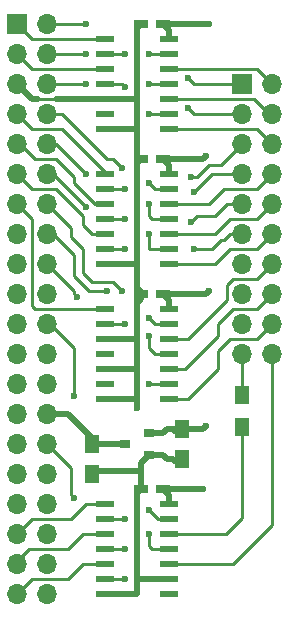
<source format=gbr>
G04 #@! TF.FileFunction,Copper,L1,Top,Signal*
%FSLAX46Y46*%
G04 Gerber Fmt 4.6, Leading zero omitted, Abs format (unit mm)*
G04 Created by KiCad (PCBNEW 4.0.4-stable) date 12/12/17 20:39:08*
%MOMM*%
%LPD*%
G01*
G04 APERTURE LIST*
%ADD10C,0.100000*%
%ADD11R,1.500000X0.600000*%
%ADD12R,1.700000X1.700000*%
%ADD13O,1.700000X1.700000*%
%ADD14R,1.300000X1.500000*%
%ADD15R,0.900000X0.800000*%
%ADD16R,1.250000X1.500000*%
%ADD17R,1.200000X0.750000*%
%ADD18C,0.600000*%
%ADD19C,0.508000*%
%ADD20C,0.250000*%
G04 APERTURE END LIST*
D10*
D11*
X116680000Y-85090000D03*
X116680000Y-86360000D03*
X116680000Y-87630000D03*
X116680000Y-88900000D03*
X116680000Y-90170000D03*
X116680000Y-91440000D03*
X116680000Y-92710000D03*
X122080000Y-92710000D03*
X122080000Y-91440000D03*
X122080000Y-90170000D03*
X122080000Y-88900000D03*
X122080000Y-87630000D03*
X122080000Y-86360000D03*
X122080000Y-85090000D03*
X116680000Y-96520000D03*
X116680000Y-97790000D03*
X116680000Y-99060000D03*
X116680000Y-100330000D03*
X116680000Y-101600000D03*
X116680000Y-102870000D03*
X116680000Y-104140000D03*
X122080000Y-104140000D03*
X122080000Y-102870000D03*
X122080000Y-101600000D03*
X122080000Y-100330000D03*
X122080000Y-99060000D03*
X122080000Y-97790000D03*
X122080000Y-96520000D03*
X116680000Y-107950000D03*
X116680000Y-109220000D03*
X116680000Y-110490000D03*
X116680000Y-111760000D03*
X116680000Y-113030000D03*
X116680000Y-114300000D03*
X116680000Y-115570000D03*
X122080000Y-115570000D03*
X122080000Y-114300000D03*
X122080000Y-113030000D03*
X122080000Y-111760000D03*
X122080000Y-110490000D03*
X122080000Y-109220000D03*
X122080000Y-107950000D03*
X116680000Y-124460000D03*
X116680000Y-125730000D03*
X116680000Y-127000000D03*
X116680000Y-128270000D03*
X116680000Y-129540000D03*
X116680000Y-130810000D03*
X116680000Y-132080000D03*
X122080000Y-132080000D03*
X122080000Y-130810000D03*
X122080000Y-129540000D03*
X122080000Y-128270000D03*
X122080000Y-127000000D03*
X122080000Y-125730000D03*
X122080000Y-124460000D03*
D12*
X109220000Y-83820000D03*
D13*
X111760000Y-83820000D03*
X109220000Y-86360000D03*
X111760000Y-86360000D03*
X109220000Y-88900000D03*
X111760000Y-88900000D03*
X109220000Y-91440000D03*
X111760000Y-91440000D03*
X109220000Y-93980000D03*
X111760000Y-93980000D03*
X109220000Y-96520000D03*
X111760000Y-96520000D03*
X109220000Y-99060000D03*
X111760000Y-99060000D03*
X109220000Y-101600000D03*
X111760000Y-101600000D03*
X109220000Y-104140000D03*
X111760000Y-104140000D03*
X109220000Y-106680000D03*
X111760000Y-106680000D03*
X109220000Y-109220000D03*
X111760000Y-109220000D03*
X109220000Y-111760000D03*
X111760000Y-111760000D03*
X109220000Y-114300000D03*
X111760000Y-114300000D03*
X109220000Y-116840000D03*
X111760000Y-116840000D03*
X109220000Y-119380000D03*
X111760000Y-119380000D03*
X109220000Y-121920000D03*
X111760000Y-121920000D03*
X109220000Y-124460000D03*
X111760000Y-124460000D03*
X109220000Y-127000000D03*
X111760000Y-127000000D03*
X109220000Y-129540000D03*
X111760000Y-129540000D03*
X109220000Y-132080000D03*
X111760000Y-132080000D03*
D12*
X128270000Y-88900000D03*
D13*
X130810000Y-88900000D03*
X128270000Y-91440000D03*
X130810000Y-91440000D03*
X128270000Y-93980000D03*
X130810000Y-93980000D03*
X128270000Y-96520000D03*
X130810000Y-96520000D03*
X128270000Y-99060000D03*
X130810000Y-99060000D03*
X128270000Y-101600000D03*
X130810000Y-101600000D03*
X128270000Y-104140000D03*
X130810000Y-104140000D03*
X128270000Y-106680000D03*
X130810000Y-106680000D03*
X128270000Y-109220000D03*
X130810000Y-109220000D03*
X128270000Y-111760000D03*
X130810000Y-111760000D03*
D14*
X128270000Y-115236000D03*
X128270000Y-117936000D03*
D15*
X120380000Y-120330000D03*
X120380000Y-118430000D03*
X118380000Y-119380000D03*
D16*
X115570000Y-119400000D03*
X115570000Y-121900000D03*
X123190000Y-118130000D03*
X123190000Y-120630000D03*
D17*
X119700000Y-83820000D03*
X121600000Y-83820000D03*
X119700000Y-95250000D03*
X121600000Y-95250000D03*
X119700000Y-106680000D03*
X121600000Y-106680000D03*
X119700000Y-123190000D03*
X121600000Y-123190000D03*
D18*
X119380000Y-121646000D03*
X119380000Y-116332000D03*
X125222000Y-117856000D03*
X125476000Y-106426000D03*
X125222000Y-94996000D03*
X124968000Y-123190000D03*
X125476000Y-83820000D03*
X118364000Y-109220000D03*
X124206000Y-102870000D03*
X123952000Y-100584000D03*
X118364000Y-102870000D03*
X124206000Y-98044000D03*
X118364000Y-100330000D03*
X123952000Y-96774000D03*
X118364000Y-97790000D03*
X120396000Y-91440000D03*
X115062000Y-88900000D03*
X123698000Y-90932000D03*
X118364000Y-89154000D03*
X120396000Y-88900000D03*
X115062000Y-86360000D03*
X118364000Y-86360000D03*
X123698000Y-88392000D03*
X120396000Y-86360000D03*
X115062000Y-83820000D03*
X118364000Y-130810000D03*
X118364000Y-128270000D03*
X118364000Y-125730000D03*
X120396000Y-114300000D03*
X114300000Y-106934000D03*
X116840000Y-106426000D03*
X120396000Y-110236000D03*
X120396000Y-108712000D03*
X118110000Y-106426000D03*
X120396000Y-127000000D03*
X114046000Y-123952000D03*
X114046000Y-115316000D03*
X120396000Y-124968000D03*
X115062000Y-99314000D03*
X120396000Y-101600000D03*
X120396000Y-99060000D03*
X115062000Y-96520000D03*
X120396000Y-97282000D03*
X118110000Y-96012000D03*
D19*
X115824000Y-119146000D02*
X115824000Y-119126000D01*
X115824000Y-119126000D02*
X113538000Y-116840000D01*
X113538000Y-116840000D02*
X111760000Y-116840000D01*
X118380000Y-119380000D02*
X116058000Y-119380000D01*
X116058000Y-119380000D02*
X115824000Y-119146000D01*
X122428000Y-120630000D02*
X121920000Y-120630000D01*
X121620000Y-120330000D02*
X121920000Y-120630000D01*
X121620000Y-120330000D02*
X120380000Y-120330000D01*
X122428000Y-120630000D02*
X122682000Y-120884000D01*
X116680000Y-104140000D02*
X119380000Y-104140000D01*
X119380000Y-104140000D02*
X119126000Y-104140000D01*
X119126000Y-104140000D02*
X119380000Y-104140000D01*
X110490000Y-90170000D02*
X110998000Y-90170000D01*
X112522000Y-90170000D02*
X116680000Y-90170000D01*
X109220000Y-88900000D02*
X110490000Y-90170000D01*
D20*
X110998000Y-90170000D02*
X112522000Y-90170000D01*
D19*
X119380000Y-130810000D02*
X122080000Y-130810000D01*
X116680000Y-90170000D02*
X119380000Y-90170000D01*
X119380000Y-90170000D02*
X119126000Y-90170000D01*
X119126000Y-90170000D02*
X119380000Y-90170000D01*
X119380000Y-92710000D02*
X119380000Y-90170000D01*
X119380000Y-90170000D02*
X119380000Y-84140000D01*
X119380000Y-84140000D02*
X119700000Y-83820000D01*
X116680000Y-92710000D02*
X119380000Y-92710000D01*
X119380000Y-92710000D02*
X119380000Y-96774000D01*
X119380000Y-95570000D02*
X119380000Y-96774000D01*
X119380000Y-96774000D02*
X119380000Y-102108000D01*
X119380000Y-102108000D02*
X119380000Y-104140000D01*
X119380000Y-104140000D02*
X119380000Y-105664000D01*
X119380000Y-95570000D02*
X119700000Y-95250000D01*
X116680000Y-113030000D02*
X119380000Y-113030000D01*
X116680000Y-115570000D02*
X119380000Y-115570000D01*
X116680000Y-110490000D02*
X119380000Y-110490000D01*
X119380000Y-107442000D02*
X119380000Y-105664000D01*
X119700000Y-106492000D02*
X119700000Y-107122000D01*
X119380000Y-107442000D02*
X119380000Y-107442000D01*
X119380000Y-107442000D02*
X119700000Y-107122000D01*
X119380000Y-116332000D02*
X119380000Y-115570000D01*
X119380000Y-115570000D02*
X119380000Y-113030000D01*
X119380000Y-113030000D02*
X119380000Y-110490000D01*
X119380000Y-110490000D02*
X119380000Y-107442000D01*
X119700000Y-106492000D02*
X119380000Y-106172000D01*
X119380000Y-106172000D02*
X119380000Y-105664000D01*
X115824000Y-121646000D02*
X119380000Y-121646000D01*
X119380000Y-121646000D02*
X119700000Y-121646000D01*
X119700000Y-121646000D02*
X119680000Y-121666000D01*
X119680000Y-121666000D02*
X119634000Y-121666000D01*
X119634000Y-121666000D02*
X119700000Y-121666000D01*
X119700000Y-123190000D02*
X119700000Y-121666000D01*
X119700000Y-121666000D02*
X119700000Y-121010000D01*
X119700000Y-121010000D02*
X120380000Y-120330000D01*
X119380000Y-123510000D02*
X119380000Y-124460000D01*
X119380000Y-132080000D02*
X119380000Y-130810000D01*
X119380000Y-130810000D02*
X119380000Y-124460000D01*
X119380000Y-132080000D02*
X116680000Y-132080000D01*
X119380000Y-123510000D02*
X119700000Y-123190000D01*
X121920000Y-118130000D02*
X122428000Y-118130000D01*
X122428000Y-118130000D02*
X122682000Y-118384000D01*
X121920000Y-118130000D02*
X124948000Y-118130000D01*
X124948000Y-118130000D02*
X125222000Y-117856000D01*
X121600000Y-106680000D02*
X125222000Y-106680000D01*
X125222000Y-106680000D02*
X125476000Y-106426000D01*
X124968000Y-95250000D02*
X121600000Y-95250000D01*
X125222000Y-94996000D02*
X124968000Y-95250000D01*
X121600000Y-123190000D02*
X124968000Y-123190000D01*
X125476000Y-83820000D02*
X121600000Y-83820000D01*
X120380000Y-118430000D02*
X121620000Y-118430000D01*
X121620000Y-118430000D02*
X121920000Y-118130000D01*
X122080000Y-124460000D02*
X122080000Y-123670000D01*
X122080000Y-123670000D02*
X121600000Y-123190000D01*
X122080000Y-107950000D02*
X122080000Y-107160000D01*
X122080000Y-107160000D02*
X121600000Y-106680000D01*
X122080000Y-96520000D02*
X122080000Y-95730000D01*
X122080000Y-95730000D02*
X121600000Y-95250000D01*
X122080000Y-85090000D02*
X122080000Y-84300000D01*
X122080000Y-84300000D02*
X121600000Y-83820000D01*
D20*
X109220000Y-83820000D02*
X110490000Y-85090000D01*
X110490000Y-85090000D02*
X116680000Y-85090000D01*
X116680000Y-109220000D02*
X118364000Y-109220000D01*
X127254000Y-101600000D02*
X128270000Y-101600000D01*
X126746000Y-102108000D02*
X127254000Y-101600000D01*
X126492000Y-102108000D02*
X126746000Y-102108000D01*
X125730000Y-102870000D02*
X126492000Y-102108000D01*
X124206000Y-102870000D02*
X125730000Y-102870000D01*
X109220000Y-86360000D02*
X110490000Y-87630000D01*
X110490000Y-87630000D02*
X116680000Y-87630000D01*
X116680000Y-102870000D02*
X118364000Y-102870000D01*
X127000000Y-99060000D02*
X128270000Y-99060000D01*
X125984000Y-100076000D02*
X127000000Y-99060000D01*
X124460000Y-100076000D02*
X125984000Y-100076000D01*
X123952000Y-100584000D02*
X124460000Y-100076000D01*
X116680000Y-100330000D02*
X118364000Y-100330000D01*
X125730000Y-96520000D02*
X128270000Y-96520000D01*
X124206000Y-98044000D02*
X125730000Y-96520000D01*
X116680000Y-97790000D02*
X118364000Y-97790000D01*
X126492000Y-95758000D02*
X128270000Y-93980000D01*
X125476000Y-95758000D02*
X126492000Y-95758000D01*
X124460000Y-96774000D02*
X125476000Y-95758000D01*
X123952000Y-96774000D02*
X124460000Y-96774000D01*
X128270000Y-94234000D02*
X128270000Y-93980000D01*
X111760000Y-88900000D02*
X115062000Y-88900000D01*
X120396000Y-91440000D02*
X122080000Y-91440000D01*
X116680000Y-88900000D02*
X118110000Y-88900000D01*
X124206000Y-91440000D02*
X128270000Y-91440000D01*
X123698000Y-90932000D02*
X124206000Y-91440000D01*
X118110000Y-88900000D02*
X118364000Y-89154000D01*
X111760000Y-86360000D02*
X115062000Y-86360000D01*
X120396000Y-88900000D02*
X122080000Y-88900000D01*
X123698000Y-88392000D02*
X124206000Y-88900000D01*
X128270000Y-88900000D02*
X124206000Y-88900000D01*
X118364000Y-86360000D02*
X116680000Y-86360000D01*
X111760000Y-83820000D02*
X115062000Y-83820000D01*
X120396000Y-86360000D02*
X122080000Y-86360000D01*
X109220000Y-91440000D02*
X110490000Y-92710000D01*
X113030000Y-92710000D02*
X116680000Y-96360000D01*
X110490000Y-92710000D02*
X113030000Y-92710000D01*
X116680000Y-96360000D02*
X116680000Y-96520000D01*
X116680000Y-130810000D02*
X118364000Y-130810000D01*
X109220000Y-93980000D02*
X109474000Y-93980000D01*
X109474000Y-93980000D02*
X110744000Y-95250000D01*
X110744000Y-95250000D02*
X112522000Y-95250000D01*
X112522000Y-95250000D02*
X114046000Y-96774000D01*
X114046000Y-96774000D02*
X114046000Y-97282000D01*
X114046000Y-97282000D02*
X115824000Y-99060000D01*
X115824000Y-99060000D02*
X116680000Y-99060000D01*
X118364000Y-128270000D02*
X116680000Y-128270000D01*
X109220000Y-96520000D02*
X110490000Y-97790000D01*
X115570000Y-101600000D02*
X116680000Y-101600000D01*
X114808000Y-100838000D02*
X115570000Y-101600000D01*
X114808000Y-100076000D02*
X114808000Y-100838000D01*
X112522000Y-97790000D02*
X114808000Y-100076000D01*
X110490000Y-97790000D02*
X112522000Y-97790000D01*
X116680000Y-125730000D02*
X118364000Y-125730000D01*
X109220000Y-99060000D02*
X110490000Y-100330000D01*
X110744000Y-107950000D02*
X116680000Y-107950000D01*
X110490000Y-107696000D02*
X110744000Y-107950000D01*
X110490000Y-100330000D02*
X110490000Y-107696000D01*
X130810000Y-88900000D02*
X129540000Y-87630000D01*
X122080000Y-87630000D02*
X129540000Y-87630000D01*
X130810000Y-91440000D02*
X130556000Y-91440000D01*
X130556000Y-91440000D02*
X129286000Y-90170000D01*
X122080000Y-90170000D02*
X129286000Y-90170000D01*
X130810000Y-93980000D02*
X129540000Y-92710000D01*
X122080000Y-92710000D02*
X129540000Y-92710000D01*
X122080000Y-99060000D02*
X125476000Y-99060000D01*
X129540000Y-97790000D02*
X130810000Y-96520000D01*
X126746000Y-97790000D02*
X129540000Y-97790000D01*
X125476000Y-99060000D02*
X126746000Y-97790000D01*
X114046000Y-106426000D02*
X114046000Y-106680000D01*
X122080000Y-114300000D02*
X120396000Y-114300000D01*
X114046000Y-106426000D02*
X111760000Y-104140000D01*
X114046000Y-106680000D02*
X114300000Y-106934000D01*
X122080000Y-101600000D02*
X125984000Y-101600000D01*
X129540000Y-100330000D02*
X130810000Y-99060000D01*
X127254000Y-100330000D02*
X129540000Y-100330000D01*
X125984000Y-101600000D02*
X127254000Y-100330000D01*
X111760000Y-101600000D02*
X112268000Y-101600000D01*
X112268000Y-101600000D02*
X114046000Y-103378000D01*
X114046000Y-103378000D02*
X114046000Y-105156000D01*
X114046000Y-105156000D02*
X115316000Y-106426000D01*
X115316000Y-106426000D02*
X116840000Y-106426000D01*
X120396000Y-110236000D02*
X120396000Y-111252000D01*
X120396000Y-111252000D02*
X120904000Y-111760000D01*
X120904000Y-111760000D02*
X122080000Y-111760000D01*
X122080000Y-104140000D02*
X125984000Y-104140000D01*
X129540000Y-102870000D02*
X130810000Y-101600000D01*
X127254000Y-102870000D02*
X129540000Y-102870000D01*
X125984000Y-104140000D02*
X127254000Y-102870000D01*
X111760000Y-99060000D02*
X113792000Y-101092000D01*
X120904000Y-109220000D02*
X122080000Y-109220000D01*
X120396000Y-108712000D02*
X120904000Y-109220000D01*
X117348000Y-105664000D02*
X118110000Y-106426000D01*
X115570000Y-105664000D02*
X117348000Y-105664000D01*
X114808000Y-104902000D02*
X115570000Y-105664000D01*
X114808000Y-102870000D02*
X114808000Y-104902000D01*
X113792000Y-101854000D02*
X114808000Y-102870000D01*
X113792000Y-101092000D02*
X113792000Y-101854000D01*
X109220000Y-129540000D02*
X109220000Y-129286000D01*
X109220000Y-129286000D02*
X110236000Y-128270000D01*
X110236000Y-128270000D02*
X113538000Y-128270000D01*
X113538000Y-128270000D02*
X114808000Y-127000000D01*
X114808000Y-127000000D02*
X116680000Y-127000000D01*
X122080000Y-110490000D02*
X123698000Y-110490000D01*
X129540000Y-105410000D02*
X130810000Y-104140000D01*
X127508000Y-105410000D02*
X129540000Y-105410000D01*
X127000000Y-105918000D02*
X127508000Y-105410000D01*
X127000000Y-107188000D02*
X127000000Y-105918000D01*
X123698000Y-110490000D02*
X127000000Y-107188000D01*
X109220000Y-132080000D02*
X110490000Y-130810000D01*
X114808000Y-129540000D02*
X116680000Y-129540000D01*
X114554000Y-129794000D02*
X114808000Y-129540000D01*
X113538000Y-130810000D02*
X114554000Y-129794000D01*
X110490000Y-130810000D02*
X113538000Y-130810000D01*
X122080000Y-113030000D02*
X123444000Y-113030000D01*
X129540000Y-107950000D02*
X130810000Y-106680000D01*
X127508000Y-107950000D02*
X129540000Y-107950000D01*
X126238000Y-109220000D02*
X127508000Y-107950000D01*
X126238000Y-110236000D02*
X126238000Y-109220000D01*
X123444000Y-113030000D02*
X126238000Y-110236000D01*
X122080000Y-115570000D02*
X123698000Y-115570000D01*
X129540000Y-110490000D02*
X130810000Y-109220000D01*
X127254000Y-110490000D02*
X129540000Y-110490000D01*
X126238000Y-111506000D02*
X127254000Y-110490000D01*
X126238000Y-113030000D02*
X126238000Y-111506000D01*
X123698000Y-115570000D02*
X126238000Y-113030000D01*
X111760000Y-119380000D02*
X113792000Y-121412000D01*
X120650000Y-128270000D02*
X122080000Y-128270000D01*
X120396000Y-128016000D02*
X120650000Y-128270000D01*
X120396000Y-127000000D02*
X120396000Y-128016000D01*
X113792000Y-123698000D02*
X114046000Y-123952000D01*
X113792000Y-121412000D02*
X113792000Y-123698000D01*
X122080000Y-129540000D02*
X127508000Y-129540000D01*
X130810000Y-126238000D02*
X130810000Y-111760000D01*
X127508000Y-129540000D02*
X130810000Y-126238000D01*
X122080000Y-125730000D02*
X121158000Y-125730000D01*
X114046000Y-111252000D02*
X112014000Y-109220000D01*
X114046000Y-115316000D02*
X114046000Y-111252000D01*
X121158000Y-125730000D02*
X120396000Y-124968000D01*
X112014000Y-109220000D02*
X111760000Y-109220000D01*
X111760000Y-96520000D02*
X112268000Y-96520000D01*
X112268000Y-96520000D02*
X115062000Y-99314000D01*
X120396000Y-101600000D02*
X120396000Y-102870000D01*
X120396000Y-102870000D02*
X122080000Y-102870000D01*
X122080000Y-100330000D02*
X120650000Y-100330000D01*
X120396000Y-100076000D02*
X120650000Y-100330000D01*
X120396000Y-99060000D02*
X120396000Y-100076000D01*
X115062000Y-96520000D02*
X112522000Y-93980000D01*
X111760000Y-93980000D02*
X112522000Y-93980000D01*
X111760000Y-91440000D02*
X113030000Y-91440000D01*
X120904000Y-97790000D02*
X122080000Y-97790000D01*
X120396000Y-97282000D02*
X120904000Y-97790000D01*
X117348000Y-95250000D02*
X118110000Y-96012000D01*
X116840000Y-95250000D02*
X117348000Y-95250000D01*
X113030000Y-91440000D02*
X116840000Y-95250000D01*
X116680000Y-124460000D02*
X115062000Y-124460000D01*
X110490000Y-125730000D02*
X109220000Y-127000000D01*
X113792000Y-125730000D02*
X114554000Y-124968000D01*
X110490000Y-125730000D02*
X113792000Y-125730000D01*
X115062000Y-124460000D02*
X114554000Y-124968000D01*
X128270000Y-117936000D02*
X128270000Y-125650000D01*
X128270000Y-125650000D02*
X126920000Y-127000000D01*
X122080000Y-127000000D02*
X126920000Y-127000000D01*
X128270000Y-111760000D02*
X128270000Y-115236000D01*
M02*

</source>
